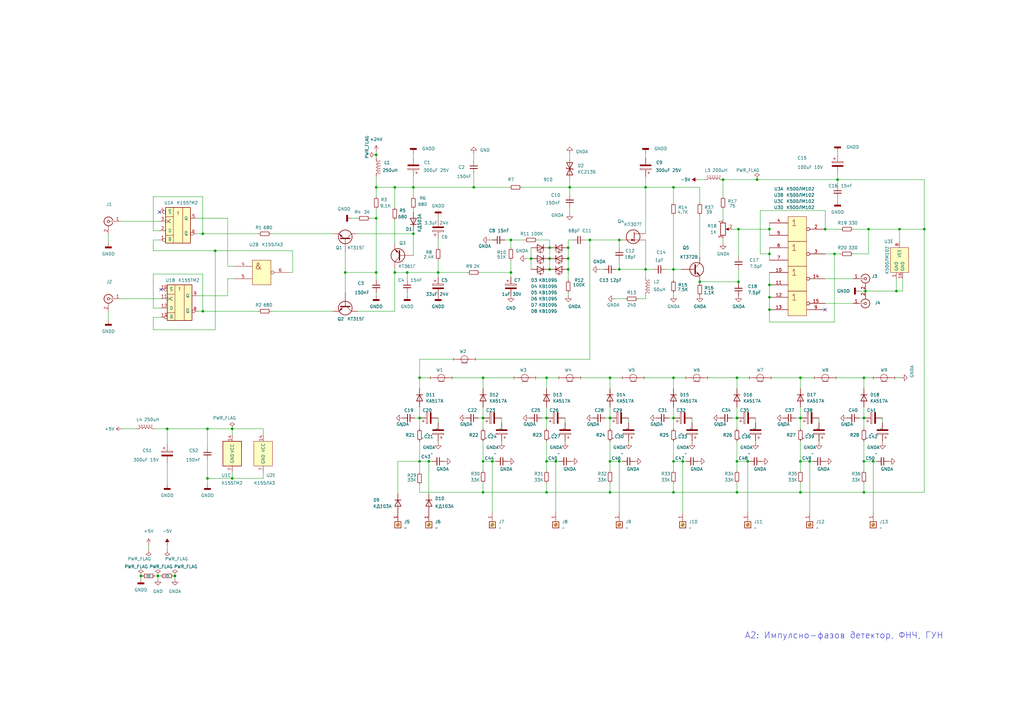
<source format=kicad_sch>
(kicad_sch (version 20230121) (generator eeschema)
  (paper "A3")
  (title_block (title "Синтезатор на честота, Радио/1990/1,2,3"))
  (junction (at 169.545 95.885))
  (junction (at 224.155 201.93))
  (junction (at 338.455 93.98))
  (junction (at 95.25 196.215))
  (junction (at 233.045 106.045))
  (junction (at 287.02 115.57))
  (junction (at 57.785 236.22))
  (junction (at 332.105 189.23))
  (junction (at 315.595 121.92))
  (junction (at 276.225 154.94))
  (junction (at 276.225 110.49))
  (junction (at 379.095 93.98))
  (junction (at 315.595 127))
  (junction (at 302.26 189.23))
  (junction (at 172.085 189.23))
  (junction (at 175.895 189.23))
  (junction (at 224.155 154.94))
  (junction (at 154.305 111.76))
  (junction (at 71.755 236.22))
  (junction (at 194.31 76.835))
  (junction (at 254 110.49))
  (junction (at 354.965 119.38))
  (junction (at 356.235 93.98))
  (junction (at 233.68 76.835))
  (junction (at 201.93 189.23))
  (junction (at 209.55 111.76))
  (junction (at 342.265 104.14))
  (junction (at 264.795 110.49))
  (junction (at 227.965 189.23))
  (junction (at 254 98.425))
  (junction (at 276.225 76.835))
  (junction (at 315.595 104.14))
  (junction (at 328.295 171.45))
  (junction (at 83.185 127.635))
  (junction (at 198.12 189.23))
  (junction (at 276.225 201.93))
  (junction (at 354.33 154.94))
  (junction (at 179.705 111.76))
  (junction (at 225.425 101.6))
  (junction (at 276.225 189.23))
  (junction (at 172.085 154.94))
  (junction (at 217.805 106.045))
  (junction (at 224.155 171.45))
  (junction (at 250.19 171.45))
  (junction (at 276.225 171.45))
  (junction (at 302.26 154.94))
  (junction (at 225.425 106.045))
  (junction (at 250.19 154.94))
  (junction (at 224.155 189.23))
  (junction (at 95.25 175.895))
  (junction (at 225.425 110.49))
  (junction (at 368.935 93.98))
  (junction (at 358.14 189.23))
  (junction (at 315.595 116.84))
  (junction (at 302.26 171.45))
  (junction (at 250.19 189.23))
  (junction (at 264.795 76.835))
  (junction (at 209.55 98.425))
  (junction (at 161.925 76.835))
  (junction (at 296.545 73.66))
  (junction (at 302.26 201.93))
  (junction (at 250.19 201.93))
  (junction (at 354.33 201.93))
  (junction (at 315.595 93.98))
  (junction (at 167.005 111.76))
  (junction (at 198.12 171.45))
  (junction (at 169.545 76.835))
  (junction (at 161.925 111.76))
  (junction (at 233.045 101.6))
  (junction (at 154.305 76.835))
  (junction (at 306.705 189.23))
  (junction (at 172.085 171.45))
  (junction (at 83.185 95.885))
  (junction (at 354.33 189.23))
  (junction (at 302.895 115.57))
  (junction (at 328.295 189.23))
  (junction (at 354.33 171.45))
  (junction (at 302.895 93.98))
  (junction (at 141.605 111.76))
  (junction (at 254 189.23))
  (junction (at 154.305 63.5))
  (junction (at 280.035 189.23))
  (junction (at 310.515 73.66))
  (junction (at 328.295 154.94))
  (junction (at 367.665 119.38))
  (junction (at 64.77 236.22))
  (junction (at 88.265 102.87))
  (junction (at 85.09 175.895))
  (junction (at 85.09 196.215))
  (junction (at 198.12 201.93))
  (junction (at 343.535 73.66))
  (junction (at 233.045 110.49))
  (junction (at 198.12 154.94))
  (junction (at 241.935 98.425))
  (junction (at 328.295 201.93))
  (junction (at 154.305 89.535))
  (junction (at 68.58 175.895))
  (no_connect (at 66.04 118.745))
  (no_connect (at 65.405 86.995))
  (no_connect (at 338.455 127))
  (wire (pts (xy 300.355 93.98) (xy 302.895 93.98)))
  (wire (pts (xy 264.795 72.39) (xy 264.795 76.835)))
  (wire (pts (xy 161.925 90.17) (xy 161.925 99.695)))
  (wire (pts (xy 209.55 98.425) (xy 215.265 98.425)))
  (wire (pts (xy 276.225 88.265) (xy 276.225 110.49)))
  (wire (pts (xy 198.12 167.005) (xy 198.12 171.45)))
  (wire (pts (xy 302.26 180.975) (xy 302.26 189.23)))
  (wire (pts (xy 225.425 98.425) (xy 220.345 98.425)))
  (wire (pts (xy 93.345 89.535) (xy 93.345 109.22)))
  (wire (pts (xy 290.195 154.94) (xy 302.26 154.94)))
  (wire (pts (xy 296.545 73.66) (xy 310.515 73.66)))
  (wire (pts (xy 141.605 111.76) (xy 141.605 120.015)))
  (wire (pts (xy 264.795 122.555) (xy 264.795 121.285)))
  (wire (pts (xy 302.26 201.93) (xy 328.295 201.93)))
  (wire (pts (xy 227.965 189.23) (xy 224.155 189.23)))
  (wire (pts (xy 63.5 175.895) (xy 68.58 175.895)))
  (wire (pts (xy 179.705 97.79) (xy 179.705 101.6)))
  (wire (pts (xy 179.705 111.76) (xy 179.705 113.665)))
  (wire (pts (xy 217.805 106.045) (xy 217.805 110.49)))
  (wire (pts (xy 154.305 76.835) (xy 161.925 76.835)))
  (wire (pts (xy 276.225 201.93) (xy 276.225 198.12)))
  (wire (pts (xy 85.09 196.215) (xy 95.25 196.215)))
  (wire (pts (xy 367.665 114.3) (xy 367.665 119.38)))
  (wire (pts (xy 250.19 167.005) (xy 250.19 171.45)))
  (wire (pts (xy 85.09 188.595) (xy 85.09 196.215)))
  (wire (pts (xy 250.19 189.23) (xy 250.19 193.04)))
  (wire (pts (xy 71.755 237.49) (xy 71.755 236.22)))
  (wire (pts (xy 302.26 171.45) (xy 302.26 175.895)))
  (wire (pts (xy 354.33 201.93) (xy 354.33 198.12)))
  (wire (pts (xy 179.705 180.975) (xy 179.705 181.61)))
  (wire (pts (xy 172.085 189.23) (xy 172.085 193.675)))
  (wire (pts (xy 213.995 76.835) (xy 233.68 76.835)))
  (wire (pts (xy 66.04 130.175) (xy 62.865 130.175)))
  (wire (pts (xy 172.085 189.23) (xy 163.195 189.23)))
  (wire (pts (xy 342.265 132.08) (xy 342.265 104.14)))
  (wire (pts (xy 250.19 154.94) (xy 255.27 154.94)))
  (wire (pts (xy 309.88 180.975) (xy 309.88 181.61)))
  (wire (pts (xy 44.45 95.885) (xy 44.45 99.695)))
  (wire (pts (xy 332.105 189.23) (xy 328.295 189.23)))
  (wire (pts (xy 283.845 171.45) (xy 283.845 173.355)))
  (wire (pts (xy 64.77 236.22) (xy 64.77 237.49)))
  (wire (pts (xy 257.81 180.975) (xy 257.81 181.61)))
  (wire (pts (xy 154.305 111.76) (xy 154.305 114.935)))
  (wire (pts (xy 68.58 223.52) (xy 68.58 225.425)))
  (wire (pts (xy 368.935 93.98) (xy 368.935 99.06)))
  (wire (pts (xy 224.155 201.93) (xy 250.19 201.93)))
  (wire (pts (xy 93.345 109.22) (xy 95.885 109.22)))
  (wire (pts (xy 120.015 111.76) (xy 120.015 102.87)))
  (wire (pts (xy 356.235 104.14) (xy 356.235 93.98)))
  (wire (pts (xy 343.535 62.23) (xy 343.535 63.5)))
  (wire (pts (xy 194.31 71.12) (xy 194.31 76.835)))
  (wire (pts (xy 50.165 175.895) (xy 55.88 175.895)))
  (wire (pts (xy 81.28 121.285) (xy 93.345 121.285)))
  (wire (pts (xy 93.345 114.3) (xy 95.885 114.3)))
  (wire (pts (xy 250.19 171.45) (xy 250.19 175.895)))
  (wire (pts (xy 198.12 201.93) (xy 224.155 201.93)))
  (wire (pts (xy 328.295 167.005) (xy 328.295 171.45)))
  (wire (pts (xy 88.265 102.87) (xy 62.865 102.87)))
  (wire (pts (xy 306.705 189.23) (xy 302.26 189.23)))
  (wire (pts (xy 306.705 189.23) (xy 306.705 210.185)))
  (wire (pts (xy 111.125 127.635) (xy 136.525 127.635)))
  (wire (pts (xy 144.145 89.535) (xy 146.685 89.535)))
  (wire (pts (xy 315.595 121.92) (xy 315.595 127)))
  (wire (pts (xy 224.155 201.93) (xy 224.155 198.12)))
  (wire (pts (xy 120.015 102.87) (xy 88.265 102.87)))
  (wire (pts (xy 93.345 114.3) (xy 93.345 121.285)))
  (wire (pts (xy 161.925 76.835) (xy 161.925 85.09)))
  (wire (pts (xy 198.12 171.45) (xy 196.215 171.45)))
  (wire (pts (xy 83.185 95.885) (xy 83.185 80.645)))
  (wire (pts (xy 224.155 189.23) (xy 224.155 193.04)))
  (wire (pts (xy 361.95 180.975) (xy 361.95 181.61)))
  (wire (pts (xy 172.085 180.975) (xy 172.085 189.23)))
  (wire (pts (xy 167.005 120.015) (xy 167.005 121.285)))
  (wire (pts (xy 161.925 111.76) (xy 167.005 111.76)))
  (wire (pts (xy 172.085 201.93) (xy 198.12 201.93)))
  (wire (pts (xy 179.705 111.76) (xy 191.77 111.76)))
  (wire (pts (xy 307.34 189.23) (xy 306.705 189.23)))
  (wire (pts (xy 161.925 76.835) (xy 169.545 76.835)))
  (wire (pts (xy 107.95 175.895) (xy 107.95 178.435)))
  (wire (pts (xy 332.105 189.23) (xy 332.105 210.185)))
  (wire (pts (xy 240.03 98.425) (xy 241.935 98.425)))
  (wire (pts (xy 209.55 98.425) (xy 209.55 101.6)))
  (wire (pts (xy 264.795 62.865) (xy 264.795 64.77)))
  (wire (pts (xy 229.235 189.23) (xy 227.965 189.23)))
  (wire (pts (xy 342.265 104.14) (xy 344.805 104.14)))
  (wire (pts (xy 201.93 189.23) (xy 198.12 189.23)))
  (wire (pts (xy 169.545 76.835) (xy 194.31 76.835)))
  (wire (pts (xy 367.03 154.94) (xy 369.57 154.94)))
  (wire (pts (xy 368.935 93.98) (xy 379.095 93.98)))
  (wire (pts (xy 276.225 189.23) (xy 276.225 193.04)))
  (wire (pts (xy 241.935 98.425) (xy 254 98.425)))
  (wire (pts (xy 315.595 93.98) (xy 315.595 96.52)))
  (wire (pts (xy 57.785 237.49) (xy 57.785 236.22)))
  (wire (pts (xy 85.09 196.215) (xy 85.09 198.755)))
  (wire (pts (xy 207.01 98.425) (xy 209.55 98.425)))
  (wire (pts (xy 81.28 127.635) (xy 83.185 127.635)))
  (wire (pts (xy 118.745 111.76) (xy 120.015 111.76)))
  (wire (pts (xy 359.41 189.23) (xy 358.14 189.23)))
  (wire (pts (xy 276.225 83.185) (xy 276.225 76.835)))
  (wire (pts (xy 310.515 73.66) (xy 343.535 73.66)))
  (wire (pts (xy 328.295 154.94) (xy 328.295 159.385)))
  (wire (pts (xy 315.595 91.44) (xy 315.595 93.98)))
  (wire (pts (xy 276.225 76.835) (xy 264.795 76.835)))
  (wire (pts (xy 276.225 180.975) (xy 276.225 189.23)))
  (wire (pts (xy 154.305 89.535) (xy 154.305 111.76)))
  (wire (pts (xy 264.16 154.94) (xy 276.225 154.94)))
  (wire (pts (xy 107.95 193.675) (xy 107.95 196.215)))
  (wire (pts (xy 83.185 127.635) (xy 83.185 112.395)))
  (wire (pts (xy 379.095 93.98) (xy 379.095 201.93)))
  (wire (pts (xy 273.05 110.49) (xy 276.225 110.49)))
  (wire (pts (xy 343.535 73.66) (xy 343.535 76.2)))
  (wire (pts (xy 63.5 236.22) (xy 64.77 236.22)))
  (wire (pts (xy 280.035 189.23) (xy 280.035 210.185)))
  (wire (pts (xy 83.185 112.395) (xy 62.865 112.395)))
  (wire (pts (xy 161.925 111.76) (xy 161.925 109.855)))
  (wire (pts (xy 264.795 76.835) (xy 264.795 95.885)))
  (wire (pts (xy 252.73 110.49) (xy 254 110.49)))
  (wire (pts (xy 328.295 201.93) (xy 328.295 198.12)))
  (wire (pts (xy 198.12 198.12) (xy 198.12 201.93)))
  (wire (pts (xy 201.93 189.23) (xy 201.93 210.185)))
  (wire (pts (xy 62.865 135.255) (xy 88.265 135.255)))
  (wire (pts (xy 254 189.23) (xy 250.19 189.23)))
  (wire (pts (xy 254 189.23) (xy 254 210.185)))
  (wire (pts (xy 172.085 171.45) (xy 172.085 175.895)))
  (wire (pts (xy 338.455 93.98) (xy 344.805 93.98)))
  (wire (pts (xy 154.305 76.835) (xy 154.305 80.645)))
  (wire (pts (xy 167.005 111.76) (xy 167.005 114.935)))
  (wire (pts (xy 154.305 72.39) (xy 154.305 76.835)))
  (wire (pts (xy 64.77 236.22) (xy 66.04 236.22)))
  (wire (pts (xy 233.045 120.015) (xy 233.045 121.285)))
  (wire (pts (xy 179.705 171.45) (xy 179.705 173.355)))
  (wire (pts (xy 302.26 189.23) (xy 302.26 193.04)))
  (wire (pts (xy 217.805 101.6) (xy 217.805 106.045)))
  (wire (pts (xy 254 106.68) (xy 254 110.49)))
  (wire (pts (xy 80.645 89.535) (xy 93.345 89.535)))
  (wire (pts (xy 233.68 85.09) (xy 233.68 87.63)))
  (wire (pts (xy 315.595 104.14) (xy 311.785 104.14)))
  (wire (pts (xy 146.685 127.635) (xy 161.925 127.635)))
  (wire (pts (xy 95.25 175.895) (xy 107.95 175.895)))
  (wire (pts (xy 209.55 111.76) (xy 196.85 111.76)))
  (wire (pts (xy 328.295 171.45) (xy 326.39 171.45)))
  (wire (pts (xy 60.96 223.52) (xy 60.96 225.425)))
  (wire (pts (xy 342.9 154.94) (xy 354.33 154.94)))
  (wire (pts (xy 198.12 154.94) (xy 198.12 159.385)))
  (wire (pts (xy 169.545 85.725) (xy 169.545 86.995)))
  (wire (pts (xy 379.095 201.93) (xy 354.33 201.93)))
  (wire (pts (xy 356.235 93.98) (xy 368.935 93.98)))
  (wire (pts (xy 352.425 119.38) (xy 354.965 119.38)))
  (wire (pts (xy 62.865 130.175) (xy 62.865 135.255)))
  (wire (pts (xy 95.25 175.895) (xy 95.25 178.435)))
  (wire (pts (xy 111.125 95.885) (xy 136.525 95.885)))
  (wire (pts (xy 224.155 171.45) (xy 222.25 171.45)))
  (wire (pts (xy 85.09 175.895) (xy 85.09 183.515)))
  (wire (pts (xy 328.295 171.45) (xy 328.295 175.895)))
  (wire (pts (xy 354.33 189.23) (xy 354.33 193.04)))
  (wire (pts (xy 172.085 154.94) (xy 176.53 154.94)))
  (wire (pts (xy 316.23 154.94) (xy 328.295 154.94)))
  (wire (pts (xy 49.53 122.555) (xy 66.04 122.555)))
  (wire (pts (xy 224.155 154.94) (xy 224.155 159.385)))
  (wire (pts (xy 172.085 159.385) (xy 172.085 154.94)))
  (wire (pts (xy 233.68 76.835) (xy 264.795 76.835)))
  (wire (pts (xy 276.225 110.49) (xy 279.4 110.49)))
  (wire (pts (xy 68.58 189.865) (xy 68.58 198.755)))
  (wire (pts (xy 179.705 106.68) (xy 179.705 111.76)))
  (wire (pts (xy 172.085 167.005) (xy 172.085 171.45)))
  (wire (pts (xy 225.425 101.6) (xy 225.425 98.425)))
  (wire (pts (xy 302.895 93.98) (xy 315.595 93.98)))
  (wire (pts (xy 62.865 98.425) (xy 65.405 98.425)))
  (wire (pts (xy 215.9 106.045) (xy 217.805 106.045)))
  (wire (pts (xy 224.155 167.005) (xy 224.155 171.45)))
  (wire (pts (xy 198.12 180.975) (xy 198.12 189.23)))
  (wire (pts (xy 194.31 76.835) (xy 208.915 76.835)))
  (wire (pts (xy 233.045 110.49) (xy 233.045 106.045)))
  (wire (pts (xy 175.895 189.23) (xy 172.085 189.23)))
  (wire (pts (xy 302.895 93.98) (xy 302.895 105.41)))
  (wire (pts (xy 154.305 63.5) (xy 154.305 64.77)))
  (wire (pts (xy 175.895 189.23) (xy 175.895 202.565)))
  (wire (pts (xy 276.225 154.94) (xy 281.305 154.94)))
  (wire (pts (xy 231.775 171.45) (xy 231.775 173.355)))
  (wire (pts (xy 233.045 98.425) (xy 234.95 98.425)))
  (wire (pts (xy 177.165 189.23) (xy 175.895 189.23)))
  (wire (pts (xy 287.02 76.835) (xy 276.225 76.835)))
  (wire (pts (xy 361.95 171.45) (xy 361.95 173.355)))
  (wire (pts (xy 354.33 171.45) (xy 354.33 175.895)))
  (wire (pts (xy 281.305 189.23) (xy 280.035 189.23)))
  (wire (pts (xy 302.895 115.57) (xy 302.895 116.205)))
  (wire (pts (xy 302.26 154.94) (xy 302.26 159.385)))
  (wire (pts (xy 198.12 154.94) (xy 210.82 154.94)))
  (wire (pts (xy 62.865 112.395) (xy 62.865 126.365)))
  (wire (pts (xy 205.74 171.45) (xy 205.74 173.355)))
  (wire (pts (xy 233.68 73.025) (xy 233.68 76.835)))
  (wire (pts (xy 172.085 171.45) (xy 170.18 171.45)))
  (wire (pts (xy 233.045 98.425) (xy 233.045 101.6)))
  (wire (pts (xy 154.305 120.015) (xy 154.305 121.285)))
  (wire (pts (xy 68.58 175.895) (xy 85.09 175.895)))
  (wire (pts (xy 83.185 80.645) (xy 62.865 80.645)))
  (wire (pts (xy 287.02 115.57) (xy 287.02 116.205)))
  (wire (pts (xy 354.33 171.45) (xy 352.425 171.45)))
  (wire (pts (xy 225.425 101.6) (xy 225.425 106.045)))
  (wire (pts (xy 315.595 101.6) (xy 315.595 104.14)))
  (wire (pts (xy 231.775 180.975) (xy 231.775 181.61)))
  (wire (pts (xy 172.085 154.94) (xy 172.085 147.32)))
  (wire (pts (xy 172.085 201.93) (xy 172.085 198.755)))
  (wire (pts (xy 354.33 154.94) (xy 354.33 159.385)))
  (wire (pts (xy 264.795 110.49) (xy 264.795 113.665)))
  (wire (pts (xy 83.185 127.635) (xy 106.045 127.635)))
  (wire (pts (xy 250.19 171.45) (xy 248.285 171.45)))
  (wire (pts (xy 358.14 189.23) (xy 358.14 210.185)))
  (wire (pts (xy 250.19 201.93) (xy 276.225 201.93)))
  (wire (pts (xy 198.12 171.45) (xy 198.12 175.895)))
  (wire (pts (xy 95.25 193.675) (xy 95.25 196.215)))
  (wire (pts (xy 154.305 89.535) (xy 151.765 89.535)))
  (wire (pts (xy 95.25 175.895) (xy 85.09 175.895)))
  (wire (pts (xy 163.195 189.23) (xy 163.195 202.565)))
  (wire (pts (xy 57.785 236.22) (xy 58.42 236.22)))
  (wire (pts (xy 167.005 111.76) (xy 179.705 111.76)))
  (wire (pts (xy 315.595 127) (xy 315.595 132.08)))
  (wire (pts (xy 328.295 189.23) (xy 328.295 193.04)))
  (wire (pts (xy 276.225 110.49) (xy 276.225 114.935)))
  (wire (pts (xy 254 110.49) (xy 264.795 110.49)))
  (wire (pts (xy 224.155 154.94) (xy 229.235 154.94)))
  (wire (pts (xy 315.595 111.76) (xy 315.595 116.84)))
  (wire (pts (xy 172.085 147.32) (xy 186.055 147.32)))
  (wire (pts (xy 250.19 180.975) (xy 250.19 189.23)))
  (wire (pts (xy 367.665 119.38) (xy 370.205 119.38)))
  (wire (pts (xy 161.925 127.635) (xy 161.925 111.76)))
  (wire (pts (xy 280.035 189.23) (xy 276.225 189.23)))
  (wire (pts (xy 169.545 104.775) (xy 169.545 95.885)))
  (wire (pts (xy 349.885 104.14) (xy 356.235 104.14)))
  (wire (pts (xy 335.915 171.45) (xy 335.915 173.355)))
  (wire (pts (xy 370.205 114.3) (xy 370.205 119.38)))
  (wire (pts (xy 354.965 119.38) (xy 367.665 119.38)))
  (wire (pts (xy 287.02 83.185) (xy 287.02 76.835)))
  (wire (pts (xy 343.535 81.28) (xy 343.535 82.55)))
  (wire (pts (xy 227.965 189.23) (xy 227.965 210.185)))
  (wire (pts (xy 302.26 171.45) (xy 300.355 171.45)))
  (wire (pts (xy 343.535 71.12) (xy 343.535 73.66)))
  (wire (pts (xy 338.455 86.36) (xy 338.455 93.98)))
  (wire (pts (xy 338.455 114.3) (xy 349.885 114.3)))
  (wire (pts (xy 354.33 180.975) (xy 354.33 189.23)))
  (wire (pts (xy 88.265 102.87) (xy 88.265 135.255)))
  (wire (pts (xy 296.545 85.725) (xy 296.545 90.17)))
  (wire (pts (xy 349.885 93.98) (xy 356.235 93.98)))
  (wire (pts (xy 342.265 104.14) (xy 338.455 104.14)))
  (wire (pts (xy 354.33 154.94) (xy 358.14 154.94)))
  (wire (pts (xy 333.375 189.23) (xy 332.105 189.23)))
  (wire (pts (xy 241.935 147.32) (xy 194.945 147.32)))
  (wire (pts (xy 71.755 236.22) (xy 71.12 236.22)))
  (wire (pts (xy 179.705 90.17) (xy 179.705 88.9)))
  (wire (pts (xy 276.225 159.385) (xy 276.225 154.94)))
  (wire (pts (xy 233.045 110.49) (xy 233.045 114.935)))
  (wire (pts (xy 328.295 180.975) (xy 328.295 189.23)))
  (wire (pts (xy 287.02 115.57) (xy 302.895 115.57)))
  (wire (pts (xy 264.795 110.49) (xy 267.97 110.49)))
  (wire (pts (xy 302.26 201.93) (xy 302.26 198.12)))
  (wire (pts (xy 169.545 94.615) (xy 169.545 95.885)))
  (wire (pts (xy 209.55 106.68) (xy 209.55 111.76)))
  (wire (pts (xy 264.795 98.425) (xy 264.795 110.49)))
  (wire (pts (xy 315.595 104.14) (xy 315.595 106.68)))
  (wire (pts (xy 311.785 86.36) (xy 338.455 86.36)))
  (wire (pts (xy 44.45 127.635) (xy 44.45 131.445)))
  (wire (pts (xy 209.55 113.665) (xy 209.55 111.76)))
  (wire (pts (xy 335.915 180.975) (xy 335.915 181.61)))
  (wire (pts (xy 62.865 94.615) (xy 65.405 94.615)))
  (wire (pts (xy 276.225 171.45) (xy 274.32 171.45)))
  (wire (pts (xy 141.605 111.76) (xy 154.305 111.76)))
  (wire (pts (xy 62.865 126.365) (xy 66.04 126.365)))
  (wire (pts (xy 255.27 189.23) (xy 254 189.23)))
  (wire (pts (xy 338.455 124.46) (xy 349.885 124.46)))
  (wire (pts (xy 276.225 171.45) (xy 276.225 175.895)))
  (wire (pts (xy 233.045 106.045) (xy 233.045 101.6)))
  (wire (pts (xy 315.595 116.84) (xy 315.595 121.92)))
  (wire (pts (xy 309.88 171.45) (xy 309.88 173.355)))
  (wire (pts (xy 169.545 62.865) (xy 169.545 64.77)))
  (wire (pts (xy 62.865 80.645) (xy 62.865 94.615)))
  (wire (pts (xy 254 98.425) (xy 254.635 98.425)))
  (wire (pts (xy 225.425 106.045) (xy 225.425 110.49)))
  (wire (pts (xy 315.595 132.08) (xy 342.265 132.08)))
  (wire (pts (xy 154.305 62.23) (xy 154.305 63.5)))
  (wire (pts (xy 233.68 62.865) (xy 233.68 65.405)))
  (wire (pts (xy 302.26 167.005) (xy 302.26 171.45)))
  (wire (pts (xy 146.685 95.885) (xy 169.545 95.885)))
  (wire (pts (xy 219.71 154.94) (xy 224.155 154.94)))
  (wire (pts (xy 328.295 201.93) (xy 354.33 201.93)))
  (wire (pts (xy 205.74 180.975) (xy 205.74 181.61)))
  (wire (pts (xy 62.865 98.425) (xy 62.865 102.87)))
  (wire (pts (xy 185.42 154.94) (xy 198.12 154.94)))
  (wire (pts (xy 80.645 95.885) (xy 83.185 95.885)))
  (wire (pts (xy 358.14 189.23) (xy 354.33 189.23)))
  (wire (pts (xy 302.895 110.49) (xy 302.895 115.57)))
  (wire (pts (xy 233.68 76.835) (xy 233.68 80.01)))
  (wire (pts (xy 296.545 97.79) (xy 296.545 99.695)))
  (wire (pts (xy 203.2 189.23) (xy 201.93 189.23)))
  (wire (pts (xy 257.81 171.45) (xy 257.81 173.355)))
  (wire (pts (xy 261.62 122.555) (xy 264.795 122.555)))
  (wire (pts (xy 287.02 88.265) (xy 287.02 105.41)))
  (wire (pts (xy 250.19 201.93) (xy 250.19 198.12)))
  (wire (pts (xy 254 98.425) (xy 254 101.6)))
  (wire (pts (xy 286.385 73.66) (xy 288.925 73.66)))
  (wire (pts (xy 296.545 73.66) (xy 296.545 80.645)))
  (wire (pts (xy 200.66 98.425) (xy 201.93 98.425)))
  (wire (pts (xy 250.19 154.94) (xy 250.19 159.385)))
  (wire (pts (xy 169.545 72.39) (xy 169.545 76.835)))
  (wire (pts (xy 241.935 98.425) (xy 241.935 147.32)))
  (wire (pts (xy 252.095 122.555) (xy 256.54 122.555)))
  (wire (pts (xy 49.53 90.805) (xy 65.405 90.805)))
  (wire (pts (xy 276.225 120.015) (xy 276.225 121.285)))
  (wire (pts (xy 328.295 154.94) (xy 334.01 154.94)))
  (wire (pts (xy 169.545 76.835) (xy 169.545 80.645)))
  (wire (pts (xy 194.31 62.865) (xy 194.31 66.04)))
  (wire (pts (xy 83.185 95.885) (xy 106.045 95.885)))
  (wire (pts (xy 354.33 167.005) (xy 354.33 171.45)))
  (wire (pts (xy 95.25 196.215) (xy 107.95 196.215)))
  (wire (pts (xy 343.535 73.66) (xy 379.095 73.66)))
  (wire (pts (xy 276.225 167.005) (xy 276.225 171.45)))
  (wire (pts (xy 238.125 154.94) (xy 250.19 154.94)))
  (wire (pts (xy 224.155 171.45) (xy 224.155 175.895)))
  (wire (pts (xy 276.225 201.93) (xy 302.26 201.93)))
  (wire (pts (xy 68.58 175.895) (xy 68.58 182.245)))
  (wire (pts (xy 141.605 103.505) (xy 141.605 111.76)))
  (wire (pts (xy 154.305 85.725) (xy 154.305 89.535)))
  (wire (pts (xy 245.745 110.49) (xy 247.65 110.49)))
  (wire (pts (xy 198.12 189.23) (xy 198.12 193.04)))
  (wire (pts (xy 283.845 180.975) (xy 283.845 181.61)))
  (wire (pts (xy 224.155 180.975) (xy 224.155 189.23)))
  (wire (pts (xy 311.785 104.14) (xy 311.785 86.36)))
  (wire (pts (xy 379.095 93.98) (xy 379.095 73.66)))
  (wire (pts (xy 302.26 154.94) (xy 307.34 154.94)))
  (text "А2: Импулсно-фазов детектор, ФНЧ, ГУН" (at 305.435 262.255 0) (effects (font (size 2.56 2.56)) (justify left bottom)))
  (symbol (lib_id "Device:C_Polarized") (at 280.035 171.45 90) (unit 1)
    (property "Reference" "C32" (at 281.305 168.275 90) (effects (justify left)))
    (property "Value" "~" (at 283.21 176.53 0) (effects (justify left)))
  )
  (symbol (lib_id "Device:C_Small") (at 245.745 171.45 270) (unit 1)
    (property "Reference" "C28" (at 243.84 168.275 90) (effects (justify left)))
    (property "Value" "~" (at 242.57 174.625 90) (effects (justify left)))
  )
  (symbol (lib_id "Device:C_Small") (at 302.895 107.95 0) (mirror x) (unit 1)
    (property "Reference" "C17" (at 307.34 106.68 0) (effects (justify left)))
    (property "Value" "7.5pF" (at 307.34 109.22 0) (effects (justify left)))
  )
  (symbol (lib_id "power:GNDA") (at 243.205 171.45 270) (unit 1)
    (property "Reference" "#PWR047" (effects hide))
    (property "Value" "GNDA" (at 240.665 173.99 90) (effects (justify left)))
  )
  (symbol (lib_id "Device:R_Small") (at 172.085 196.215 180) (unit 1)
    (property "Reference" "R29" (at 168.91 194.945 0))
    (property "Value" "33K" (at 168.91 196.85 0))
  )
  (symbol (lib_id "Device:R_Small") (at 198.12 178.435 0) (unit 1)
    (property "Reference" "R22" (at 194.31 178.435 0))
    (property "Value" "~" (at 199.39 179.705 0))
  )
  (symbol (lib_id "Device:C_Small") (at 194.31 68.58 0) (unit 1)
    (property "Reference" "C2" (at 187.96 68.58 0) (effects (justify left)))
    (property "Value" "150nF" (at 187.325 72.39 0) (effects (justify left)))
  )
  (symbol (lib_id "Device:C_Small") (at 254 104.14 0) (mirror y) (unit 1)
    (property "Reference" "C12" (at 260.35 102.87 0) (effects (justify left)))
    (property "Value" "18pF" (at 260.985 105.41 0) (effects (justify left)))
  )
  (symbol (lib_id "ladihw:КА517А") (at 354.33 163.195 270) (unit 1)
    (property "Reference" "D18" (at 356.87 161.9249 90) (effects (justify left)))
    (property "Value" "КА517А" (at 356.87 164.4649 90) (effects (justify left)))
  )
  (symbol (lib_id "power:GND") (at 64.77 237.49 0) (unit 1)
    (property "Reference" "#PWR06" (effects hide))
    (property "Value" "GND" (at 64.77 242.57 0))
  )
  (symbol (lib_id "Device:C_Small") (at 283.845 189.23 270) (mirror x) (unit 1)
    (property "Reference" "C47" (at 276.86 187.96 90) (effects (justify left)))
    (property "Value" "~" (at 280.67 186.055 90) (effects (justify left)))
  )
  (symbol (lib_id "power:GNDA") (at 200.66 98.425 270) (unit 1)
    (property "Reference" "#PWR017" (effects hide))
    (property "Value" "GNDA" (at 196.215 100.965 90) (effects (justify left)))
  )
  (symbol (lib_id "Device:C_Polarized") (at 309.88 177.165 180) (unit 1)
    (property "Reference" "C36" (at 307.975 179.07 0) (effects (justify left)))
    (property "Value" "~" (at 306.07 177.8 0) (effects (justify left)))
  )
  (symbol (lib_id "Device:C_Small") (at 179.705 189.23 270) (mirror x) (unit 1)
    (property "Reference" "C43" (at 172.72 187.325 90) (effects (justify left)))
    (property "Value" "~" (at 176.53 186.055 90) (effects (justify left)))
  )
  (symbol (lib_id "Connector:Screw_Terminal_01x01") (at 332.105 215.265 270) (unit 1)
    (property "Reference" "J12" (at 334.645 213.9949 90) (effects (justify left)))
    (property "Value" "~" (at 334.645 216.5349 90) (effects (justify left)))
  )
  (symbol (lib_id "Device:C_Polarized") (at 231.775 177.165 180) (unit 1)
    (property "Reference" "C27" (at 229.87 179.07 0) (effects (justify left)))
    (property "Value" "~" (at 227.965 177.8 0) (effects (justify left)))
  )
  (symbol (lib_id "Device:L_Ferrite") (at 292.735 73.66 90) (unit 1)
    (property "Reference" "L3" (at 290.195 69.85 90))
    (property "Value" "200uH" (at 295.275 69.85 90))
  )
  (symbol (lib_id "power:PWR_FLAG") (at 60.96 225.425 0) (mirror x) (unit 1)
    (property "Reference" "#FLG01" (effects hide))
    (property "Value" "PWR_FLAG" (at 57.15 229.235 0))
  )
  (symbol (lib_id "Connector:Screw_Terminal_01x01") (at 175.895 215.265 270) (unit 1)
    (property "Reference" "J6" (at 178.435 213.9949 90) (effects (justify left)))
    (property "Value" "~" (at 178.435 216.5349 90) (effects (justify left)))
  )
  (symbol (lib_id "Connector:Screw_Terminal_01x01") (at 306.705 215.265 270) (unit 1)
    (property "Reference" "J11" (at 309.245 213.9949 90) (effects (justify left)))
    (property "Value" "~" (at 309.245 216.5349 90) (effects (justify left)))
  )
  (symbol (lib_id "power:GNDA") (at 205.74 181.61 0) (unit 1)
    (property "Reference" "#PWR042" (effects hide))
    (property "Value" "GNDA" (at 199.39 183.515 0) (effects (justify left)))
  )
  (symbol (lib_id "power:GNDD") (at 144.145 89.535 270) (unit 1)
    (property "Reference" "#PWR010" (effects hide))
    (property "Value" "GNDD" (at 138.43 85.725 90) (effects (justify left)))
  )
  (symbol (lib_id "power:GNDA") (at 276.225 121.285 0) (unit 1)
    (property "Reference" "#PWR027" (effects hide))
    (property "Value" "GNDA" (at 273.685 125.73 0) (effects (justify left)))
  )
  (symbol (lib_id "power:PWR_FLAG") (at 71.755 236.22 0) (unit 1)
    (property "Reference" "#FLG04" (effects hide))
    (property "Value" "PWR_FLAG" (at 76.2 232.41 0))
  )
  (symbol (lib_id "power:GNDA") (at 296.545 99.695 0) (unit 1)
    (property "Reference" "#PWR031" (effects hide))
    (property "Value" "GNDA" (at 294.005 104.14 0) (effects (justify left)))
  )
  (symbol (lib_id "ladihw:К500ЛМ102") (at 368.935 106.68 0) (unit 5)
    (property "Reference" "U3" (at 362.585 99.06 0) (effects (justify left)))
    (property "Value" "К500ЛМ102" (at 363.855 106.68 90))
    (property "Footprint" "Package_DIP:DIP-16_W7.62mm" (effects hide))
    (property "Datasheet" "https://eandc.ru/pdf/mikroskhema/k500lm102.pdf" (effects hide))
  )
  (symbol (lib_id "Device:R_Small") (at 259.08 122.555 90) (unit 1)
    (property "Reference" "R13" (at 259.08 120.015 90))
    (property "Value" "240" (at 259.08 125.095 90))
  )
  (symbol (lib_id "Device:C_Small") (at 343.535 78.74 0) (unit 1)
    (property "Reference" "C16" (at 339.725 76.2 0) (effects (justify left)))
    (property "Value" "15nF" (at 344.805 76.2 0) (effects (justify left)))
  )
  (symbol (lib_id "power:GNDD") (at 343.535 82.55 0) (unit 1)
    (property "Reference" "#PWR034" (effects hide))
    (property "Value" "GNDD" (at 343.535 86.995 0))
  )
  (symbol (lib_id "Device:D_Capacitance") (at 229.235 110.49 0) (unit 1)
    (property "Reference" "D8" (at 219.075 127.635 0))
    (property "Value" "КВ109Б" (at 224.79 127.635 0))
  )
  (symbol (lib_id "Device:C_Polarized") (at 257.81 177.165 180) (unit 1)
    (property "Reference" "C30" (at 255.905 179.07 0) (effects (justify left)))
    (property "Value" "~" (at 254 177.8 0) (effects (justify left)))
  )
  (symbol (lib_id "Device:L_Ferrite") (at 154.305 68.58 0) (unit 1)
    (property "Reference" "L1" (at 158.75 66.675 0))
    (property "Value" "250uH" (at 160.02 69.85 0))
  )
  (symbol (lib_id "power:+24V") (at 154.305 62.23 0) (unit 1)
    (property "Reference" "#PWR011" (effects hide))
    (property "Value" "+24V" (at 154.305 57.15 0))
  )
  (symbol (lib_id "Connector:Screw_Terminal_01x01") (at 227.965 215.265 270) (unit 1)
    (property "Reference" "J8" (at 230.505 213.9949 90) (effects (justify left)))
    (property "Value" "~" (at 230.505 216.5349 90) (effects (justify left)))
  )
  (symbol (lib_id "Device:C_Small") (at 167.64 171.45 270) (unit 1)
    (property "Reference" "C19" (at 165.735 168.275 90) (effects (justify left)))
    (property "Value" "~" (at 164.465 174.625 90) (effects (justify left)))
  )
  (symbol (lib_id "ladihw:Coaxial_Cable") (at 215.265 154.94 0) (unit 1)
    (property "Reference" "W3" (at 214.63 151.765 0))
    (property "Value" "Coaxial_Cable" (effects hide))
  )
  (symbol (lib_id "Device:C_Polarized") (at 209.55 117.475 0) (unit 1)
    (property "Reference" "C7" (at 210.82 114.935 0) (effects (justify left)))
    (property "Value" "1uF 30V" (at 205.74 120.65 0) (effects (justify left)))
  )
  (symbol (lib_id "power:GNDA") (at 321.31 171.45 270) (unit 1)
    (property "Reference" "#PWR056" (effects hide))
    (property "Value" "GNDA" (at 318.77 173.99 90) (effects (justify left)))
  )
  (symbol (lib_id "power:GNDA") (at 233.68 87.63 0) (unit 1)
    (property "Reference" "#PWR023" (effects hide))
    (property "Value" "GNDA" (at 226.06 88.265 0) (effects (justify left)))
  )
  (symbol (lib_id "Device:D_Capacitance") (at 229.235 101.6 0) (unit 1)
    (property "Reference" "D6" (at 219.075 122.555 0))
    (property "Value" "КВ109Б" (at 224.79 122.555 0))
  )
  (symbol (lib_id "Device:D_Capacitance") (at 221.615 106.045 0) (mirror y) (unit 1)
    (property "Reference" "D4" (at 219.075 117.475 0))
    (property "Value" "КВ109Б" (at 224.79 117.475 0))
  )
  (symbol (lib_id "Device:R_Potentiometer") (at 296.545 93.98 0) (unit 1)
    (property "Reference" "R18" (at 294.005 92.7099 0) (effects (justify right)))
    (property "Value" "1K" (at 294.005 95.2499 0) (effects (justify right)))
  )
  (symbol (lib_id "ladihw:Coaxial_Cable") (at 180.975 154.94 0) (unit 1)
    (property "Reference" "W1" (at 180.34 151.765 0))
    (property "Value" "Coaxial_Cable" (effects hide))
  )
  (symbol (lib_id "power:GNDA") (at 179.705 181.61 0) (unit 1)
    (property "Reference" "#PWR039" (effects hide))
    (property "Value" "GNDA" (at 173.355 183.515 0) (effects (justify left)))
  )
  (symbol (lib_id "ladihw:КА517А") (at 302.26 163.195 270) (unit 1)
    (property "Reference" "D16" (at 304.8 161.9249 90) (effects (justify left)))
    (property "Value" "КА517А" (at 304.8 164.4649 90) (effects (justify left)))
  )
  (symbol (lib_id "Device:R_Small") (at 198.12 195.58 0) (unit 1)
    (property "Reference" "R30" (at 194.945 194.31 0))
    (property "Value" "33K" (at 194.945 196.85 0))
  )
  (symbol (lib_id "Device:R_Small") (at 287.02 85.725 180) (unit 1)
    (property "Reference" "R37" (at 290.83 85.09 0))
    (property "Value" "39" (at 290.83 86.995 0))
  )
  (symbol (lib_id "Device:C_Small") (at 193.675 171.45 270) (unit 1)
    (property "Reference" "C22" (at 191.77 168.275 90) (effects (justify left)))
    (property "Value" "~" (at 190.5 174.625 90) (effects (justify left)))
  )
  (symbol (lib_id "power:GNDA") (at 312.42 189.23 90) (mirror x) (unit 1)
    (property "Reference" "#PWR052" (effects hide))
    (property "Value" "GNDA" (at 314.325 192.405 90) (effects (justify left)))
  )
  (symbol (lib_id "ladihw:К155ТМ2") (at 73.025 90.17 0) (unit 1)
    (property "Reference" "U1" (at 69.215 83.185 0))
    (property "Value" "К155ТМ2" (at 76.835 83.185 0))
    (property "Datasheet" "К155xx/К155ТМ2.pdf" (effects hide))
  )
  (symbol (lib_id "Connector:Screw_Terminal_01x01") (at 280.035 215.265 270) (unit 1)
    (property "Reference" "J10" (at 282.575 213.9949 90) (effects (justify left)))
    (property "Value" "~" (at 282.575 216.5349 90) (effects (justify left)))
  )
  (symbol (lib_id "power:GNDA") (at 309.88 181.61 0) (unit 1)
    (property "Reference" "#PWR054" (effects hide))
    (property "Value" "GNDA" (at 303.53 183.515 0) (effects (justify left)))
  )
  (symbol (lib_id "power:GND") (at 194.31 62.865 180) (unit 1)
    (property "Reference" "#PWR018" (effects hide))
    (property "Value" "GND" (at 196.85 61.5949 0) (effects (justify right)))
  )
  (symbol (lib_id "ladihw:Coaxial_Cable") (at 338.455 154.94 0) (unit 1)
    (property "Reference" "W8" (at 338.455 151.765 0))
    (property "Value" "Coaxial_Cable" (effects hide))
  )
  (symbol (lib_id "Device:D_Capacitance") (at 221.615 101.6 0) (mirror y) (unit 1)
    (property "Reference" "D3" (at 219.075 114.935 0))
    (property "Value" "КВ109Б" (at 224.79 114.935 0))
  )
  (symbol (lib_id "Device:D_Capacitance") (at 221.615 110.49 0) (mirror y) (unit 1)
    (property "Reference" "D5" (at 219.075 120.015 0))
    (property "Value" "КВ109Б" (at 224.79 120.015 0))
  )
  (symbol (lib_id "ladihw:Coaxial_Cable") (at 362.585 154.94 0) (unit 1)
    (property "Reference" "W9" (at 362.585 151.765 0))
    (property "Value" "Coaxial_Cable" (effects hide))
  )
  (symbol (lib_id "ladihw:К500ЛМ102") (at 327.025 93.98 0) (unit 1)
    (property "Reference" "U3" (at 319.405 77.47 0))
    (property "Value" "К500ЛМ102" (at 328.295 77.47 0))
    (property "Footprint" "Package_DIP:DIP-16_W7.62mm" (effects hide))
    (property "Datasheet" "https://eandc.ru/pdf/mikroskhema/k500lm102.pdf" (effects hide))
  )
  (symbol (lib_id "Device:C_Polarized") (at 179.705 117.475 0) (unit 1)
    (property "Reference" "C5" (at 180.975 114.935 0) (effects (justify left)))
    (property "Value" "33uF 24V" (at 174.625 120.65 0) (effects (justify left)))
  )
  (symbol (lib_id "Device:R_Small") (at 276.225 195.58 0) (unit 1)
    (property "Reference" "R33" (at 273.05 194.31 0))
    (property "Value" "33K" (at 273.05 196.85 0))
  )
  (symbol (lib_id "ladihw:К155ЛА3") (at 107.95 186.055 0) (unit 5)
    (property "Reference" "U2" (at 109.22 194.945 0) (effects (justify left)))
    (property "Value" "К155ЛА3" (at 104.14 198.12 0) (effects (justify left)))
  )
  (symbol (lib_id "Device:R_Small") (at 68.58 236.22 270) (unit 1)
    (property "Reference" "R10002" (effects hide))
    (property "Value" "0" (at 68.58 236.22 0))
  )
  (symbol (lib_id "Connector:Screw_Terminal_01x01") (at 358.14 215.265 270) (unit 1)
    (property "Reference" "J13" (at 360.68 213.9949 90) (effects (justify left)))
    (property "Value" "~" (at 360.68 216.5349 90) (effects (justify left)))
  )
  (symbol (lib_id "Device:R_Small") (at 149.225 89.535 90) (unit 1)
    (property "Reference" "R4" (at 146.685 86.995 90))
    (property "Value" "3K" (at 150.495 86.995 90))
  )
  (symbol (lib_id "Device:C_Polarized") (at 68.58 186.055 0) (unit 1)
    (property "Reference" "C51" (at 58.42 184.785 0) (effects (justify left)))
    (property "Value" "300uF 15V" (at 54.61 188.595 0) (effects (justify left)))
  )
  (symbol (lib_id "power:GNDA") (at 283.845 181.61 0) (unit 1)
    (property "Reference" "#PWR051" (effects hide))
    (property "Value" "GNDA" (at 277.495 183.515 0) (effects (justify left)))
  )
  (symbol (lib_id "Device:R_Small") (at 179.705 104.14 0) (unit 1)
    (property "Reference" "R8" (at 175.895 103.505 0))
    (property "Value" "2.4K" (at 175.895 105.41 0))
  )
  (symbol (lib_id "ladihw:К500ЛМ102") (at 327.025 114.3 0) (unit 3)
    (property "Reference" "U3" (at 319.405 82.55 0))
    (property "Value" "К500ЛМ102" (at 328.295 82.55 0))
    (property "Footprint" "Package_DIP:DIP-16_W7.62mm" (effects hide))
    (property "Datasheet" "https://eandc.ru/pdf/mikroskhema/k500lm102.pdf" (effects hide))
  )
  (symbol (lib_id "Device:C_Small") (at 250.19 110.49 270) (mirror x) (unit 1)
    (property "Reference" "C13" (at 245.745 114.935 90) (effects (justify left)))
    (property "Value" "12pF" (at 250.19 114.935 90) (effects (justify left)))
  )
  (symbol (lib_id "Device:R_Small") (at 296.545 83.185 180) (unit 1)
    (property "Reference" "R17" (at 300.355 82.55 0))
    (property "Value" "75" (at 300.355 84.455 0))
  )
  (symbol (lib_id "ladihw:КП307Г") (at 259.715 97.155 0) (unit 1)
    (property "Reference" "Q4" (at 254.635 90.805 0))
    (property "Value" "КП307Г" (at 255.905 92.075 0) (effects (justify left)))
    (property "Footprint" "Package_TO_SOT_THT:TO-92_Inline" (effects hide))
    (property "Datasheet" "https://www.onsemi.com/pub/Collateral/BF245A-D.PDF" (effects hide))
  )
  (symbol (lib_id "power:GNDD") (at 352.425 119.38 270) (unit 1)
    (property "Reference" "#PWR035" (effects hide))
    (property "Value" "GNDD" (at 348.615 119.3799 90) (effects (justify right)))
  )
  (symbol (lib_id "Device:R_Small") (at 276.225 178.435 0) (unit 1)
    (property "Reference" "R25" (at 272.415 178.435 0))
    (property "Value" "~" (at 277.495 179.705 0))
  )
  (symbol (lib_id "Device:C_Polarized") (at 169.545 68.58 180) (unit 1)
    (property "Reference" "C1" (at 176.53 66.675 0) (effects (justify left)))
    (property "Value" "300uF 25V" (at 184.15 69.85 0) (effects (justify left)))
  )
  (symbol (lib_id "Device:C_Polarized") (at 306.07 171.45 90) (unit 1)
    (property "Reference" "C35" (at 307.34 168.275 90) (effects (justify left)))
    (property "Value" "~" (at 309.245 176.53 0) (effects (justify left)))
  )
  (symbol (lib_id "power:PWR_FLAG") (at 64.77 236.22 0) (unit 1)
    (property "Reference" "#FLG03" (effects hide))
    (property "Value" "PWR_FLAG" (at 66.04 232.41 0))
  )
  (symbol (lib_id "power:GNDA") (at 369.57 154.94 90) (unit 1)
    (property "Reference" "#PWR01" (effects hide))
    (property "Value" "GNDA" (at 374.015 154.94 0) (effects (justify left)))
  )
  (symbol (lib_id "Device:C_Small") (at 323.85 171.45 270) (unit 1)
    (property "Reference" "C37" (at 321.945 168.275 90) (effects (justify left)))
    (property "Value" "~" (at 320.675 174.625 90) (effects (justify left)))
  )
  (symbol (lib_id "power:PWR_FLAG") (at 95.25 175.895 0) (unit 1)
    (property "Reference" "#FLG05" (effects hide))
    (property "Value" "PWR_FLAG" (at 92.075 171.45 0))
  )
  (symbol (lib_id "power:GNDA") (at 182.245 189.23 90) (mirror x) (unit 1)
    (property "Reference" "#PWR037" (effects hide))
    (property "Value" "GNDA" (at 184.15 192.405 90) (effects (justify left)))
  )
  (symbol (lib_id "Device:R_Small") (at 328.295 195.58 0) (unit 1)
    (property "Reference" "R35" (at 325.12 194.31 0))
    (property "Value" "33K" (at 325.12 196.85 0))
  )
  (symbol (lib_id "power:GND") (at 209.55 121.285 0) (unit 1)
    (property "Reference" "#PWR019" (effects hide))
    (property "Value" "GND" (at 209.55 126.365 0))
  )
  (symbol (lib_id "Device:C_Small") (at 257.81 189.23 270) (mirror x) (unit 1)
    (property "Reference" "C46" (at 250.825 187.96 90) (effects (justify left)))
    (property "Value" "~" (at 254.635 186.055 90) (effects (justify left)))
  )
  (symbol (lib_id "Device:C_Polarized") (at 335.915 177.165 180) (unit 1)
    (property "Reference" "C39" (at 334.01 179.07 0) (effects (justify left)))
    (property "Value" "~" (at 332.105 177.8 0) (effects (justify left)))
  )
  (symbol (lib_id "Device:C_Small") (at 233.68 82.55 180) (unit 1)
    (property "Reference" "C10" (at 229.87 80.01 0) (effects (justify left)))
    (property "Value" "150nF" (at 229.87 83.185 0) (effects (justify left)))
  )
  (symbol (lib_id "power:GNDA") (at 260.35 189.23 90) (mirror x) (unit 1)
    (property "Reference" "#PWR046" (effects hide))
    (property "Value" "GNDA" (at 262.255 192.405 90) (effects (justify left)))
  )
  (symbol (lib_id "power:GNDA") (at 233.68 62.865 180) (unit 1)
    (property "Reference" "#PWR022" (effects hide))
    (property "Value" "GNDA" (at 241.3 62.23 0) (effects (justify left)))
  )
  (symbol (lib_id "Device:C_Polarized") (at 283.845 177.165 180) (unit 1)
    (property "Reference" "C33" (at 281.94 179.07 0) (effects (justify left)))
    (property "Value" "~" (at 280.035 177.8 0) (effects (justify left)))
  )
  (symbol (lib_id "Device:C_Small") (at 154.305 117.475 0) (unit 1)
    (property "Reference" "C3" (at 146.685 116.205 0) (effects (justify left)))
    (property "Value" "150nF" (at 145.415 120.015 0) (effects (justify left)))
  )
  (symbol (lib_id "Device:R_Small") (at 276.225 117.475 180) (unit 1)
    (property "Reference" "R15" (at 280.035 116.84 0))
    (property "Value" "7.5K" (at 280.035 118.745 0))
  )
  (symbol (lib_id "power:+5V") (at 50.165 175.895 90) (unit 1)
    (property "Reference" "#PWR04" (effects hide))
    (property "Value" "+5V" (at 46.99 175.8949 90) (effects (justify left)))
  )
  (symbol (lib_id "Device:R_Small") (at 217.805 98.425 270) (unit 1)
    (property "Reference" "R11" (at 215.265 95.885 90))
    (property "Value" "100K" (at 220.345 95.885 90))
  )
  (symbol (lib_id "power:PWR_FLAG") (at 57.785 236.22 0) (unit 1)
    (property "Reference" "#FLG02" (effects hide))
    (property "Value" "PWR_FLAG" (at 55.88 232.41 0))
  )
  (symbol (lib_id "Device:R_Small") (at 224.155 178.435 0) (unit 1)
    (property "Reference" "R23" (at 220.345 178.435 0))
    (property "Value" "~" (at 225.425 179.705 0))
  )
  (symbol (lib_id "ladihw:КА517А") (at 224.155 163.195 270) (unit 1)
    (property "Reference" "D13" (at 226.695 161.9249 90) (effects (justify left)))
    (property "Value" "КА517А" (at 226.695 164.4649 90) (effects (justify left)))
  )
  (symbol (lib_id "Device:R_Small") (at 250.19 178.435 0) (unit 1)
    (property "Reference" "R24" (at 246.38 178.435 0))
    (property "Value" "~" (at 251.46 179.705 0))
  )
  (symbol (lib_id "Device:C_Small") (at 297.815 171.45 270) (unit 1)
    (property "Reference" "C34" (at 295.91 168.275 90) (effects (justify left)))
    (property "Value" "~" (at 294.64 174.625 90) (effects (justify left)))
  )
  (symbol (lib_id "Device:C_Polarized") (at 201.93 171.45 90) (unit 1)
    (property "Reference" "C23" (at 203.2 168.275 90) (effects (justify left)))
    (property "Value" "~" (at 205.105 176.53 0) (effects (justify left)))
  )
  (symbol (lib_id "power:GNDA") (at 215.9 106.045 270) (unit 1)
    (property "Reference" "#PWR020" (effects hide))
    (property "Value" "GNDA" (at 211.455 102.87 90) (effects (justify left)))
  )
  (symbol (lib_id "Device:R_Small") (at 108.585 127.635 90) (unit 1)
    (property "Reference" "R2" (at 106.045 125.095 90))
    (property "Value" "680" (at 109.855 125.095 90))
  )
  (symbol (lib_id "Device:D_Capacitance") (at 229.235 106.045 0) (unit 1)
    (property "Reference" "D7" (at 219.075 125.095 0))
    (property "Value" "КВ109Б" (at 224.79 125.095 0))
  )
  (symbol (lib_id "ladihw:КД103А") (at 175.895 206.375 270) (unit 1)
    (property "Reference" "D10" (at 178.435 204.47 90) (effects (justify left)))
    (property "Value" "КД103А" (at 178.435 207.645 90) (effects (justify left)))
  )
  (symbol (lib_id "power:GNDA") (at 233.045 121.285 0) (unit 1)
    (property "Reference" "#PWR021" (effects hide))
    (property "Value" "GNDA" (at 233.045 125.73 0) (effects (justify left)))
  )
  (symbol (lib_id "Device:R_Small") (at 302.26 195.58 0) (unit 1)
    (property "Reference" "R34" (at 299.085 194.31 0))
    (property "Value" "33K" (at 299.085 196.85 0))
  )
  (symbol (lib_id "ladihw:КА517А") (at 250.19 163.195 270) (unit 1)
    (property "Reference" "D14" (at 252.73 161.9249 90) (effects (justify left)))
    (property "Value" "КА517А" (at 252.73 164.4649 90) (effects (justify left)))
  )
  (symbol (lib_id "Device:R_Small") (at 250.19 195.58 0) (unit 1)
    (property "Reference" "R32" (at 247.015 194.31 0))
    (property "Value" "33K" (at 247.015 196.85 0))
  )
  (symbol (lib_id "ladihw:Coaxial_Cable") (at 311.785 154.94 0) (unit 1)
    (property "Reference" "W7" (at 311.785 151.765 0))
    (property "Value" "Coaxial_Cable" (effects hide))
  )
  (symbol (lib_id "Device:R_Small") (at 224.155 195.58 0) (unit 1)
    (property "Reference" "R31" (at 220.98 194.31 0))
    (property "Value" "33K" (at 220.98 196.85 0))
  )
  (symbol (lib_id "Device:C_Polarized") (at 227.965 171.45 90) (unit 1)
    (property "Reference" "C26" (at 229.235 168.275 90) (effects (justify left)))
    (property "Value" "~" (at 231.14 176.53 0) (effects (justify left)))
  )
  (symbol (lib_id "Device:C_Polarized") (at 343.535 67.31 0) (unit 1)
    (property "Reference" "C15" (at 327.025 64.77 0) (effects (justify left)))
    (property "Value" "100uF 10V" (at 327.025 68.58 0) (effects (justify left)))
  )
  (symbol (lib_id "Device:C_Small") (at 335.915 189.23 270) (mirror x) (unit 1)
    (property "Reference" "C49" (at 328.93 187.96 90) (effects (justify left)))
    (property "Value" "~" (at 332.74 186.055 90) (effects (justify left)))
  )
  (symbol (lib_id "Device:R_Small") (at 233.045 117.475 0) (unit 1)
    (property "Reference" "R12" (at 237.49 114.935 0))
    (property "Value" "100K" (at 237.49 116.84 0))
  )
  (symbol (lib_id "ladihw:КТ315Г") (at 141.605 97.155 270) (mirror x) (unit 1)
    (property "Reference" "Q1" (at 139.065 101.6 90))
    (property "Value" "КТ315Г" (at 146.05 101.6 90))
    (property "Footprint" "Package_TO_SOT_THT:TO-92_Inline" (effects hide))
    (property "Datasheet" "http://www.cdil.com/datasheets/bc413_14_b_c.pdf" (effects hide))
  )
  (symbol (lib_id "Connector:Conn_Coaxial") (at 354.965 124.46 0) (mirror x) (unit 1)
    (property "Reference" "J4" (at 358.775 124.1667 0) (effects (justify left)))
    (property "Value" "Conn_Coaxial" (effects hide))
    (property "Datasheet" " ~" (effects hide))
  )
  (symbol (lib_id "power:GNDA") (at 257.81 181.61 0) (unit 1)
    (property "Reference" "#PWR048" (effects hide))
    (property "Value" "GNDA" (at 251.46 183.515 0) (effects (justify left)))
  )
  (symbol (lib_id "ladihw:К155ТМ2") (at 73.66 121.92 0) (unit 2)
    (property "Reference" "U1" (at 69.85 114.935 0))
    (property "Value" "К155ТМ2" (at 77.47 114.935 0))
    (property "Datasheet" "К155xx/К155ТМ2.pdf" (effects hide))
  )
  (symbol (lib_id "power:+5V") (at 60.96 223.52 0) (mirror y) (unit 1)
    (property "Reference" "#PWR032" (effects hide))
    (property "Value" "+5V" (at 60.96 217.805 0))
  )
  (symbol (lib_id "power:GNDA") (at 252.095 122.555 270) (unit 1)
    (property "Reference" "#PWR025" (effects hide))
    (property "Value" "GNDA" (at 248.92 125.095 90) (effects (justify left)))
  )
  (symbol (lib_id "ladihw:Coaxial_Cable") (at 190.5 147.32 0) (unit 1)
    (property "Reference" "W2" (at 189.865 144.145 0))
    (property "Value" "Coaxial_Cable" (effects hide))
  )
  (symbol (lib_id "Device:R_Small") (at 169.545 83.185 0) (unit 1)
    (property "Reference" "R6" (at 173.355 81.28 0))
    (property "Value" "680" (at 173.355 83.82 0))
  )
  (symbol (lib_id "power:GNDA") (at 208.28 189.23 90) (mirror x) (unit 1)
    (property "Reference" "#PWR040" (effects hide))
    (property "Value" "GNDA" (at 210.185 192.405 90) (effects (justify left)))
  )
  (symbol (lib_id "Device:C_Small") (at 271.78 171.45 270) (unit 1)
    (property "Reference" "C31" (at 269.875 168.275 90) (effects (justify left)))
    (property "Value" "~" (at 268.605 174.625 90) (effects (justify left)))
  )
  (symbol (lib_id "Device:R_Small") (at 354.33 195.58 0) (unit 1)
    (property "Reference" "R36" (at 351.155 194.31 0))
    (property "Value" "33K" (at 351.155 196.85 0))
    (property "Footprint" "33K" (effects hide))
  )
  (symbol (lib_id "Connector:Screw_Terminal_01x01") (at 201.93 215.265 270) (unit 1)
    (property "Reference" "J7" (at 204.47 213.9949 90) (effects (justify left)))
    (property "Value" "~" (at 204.47 216.5349 90) (effects (justify left)))
  )
  (symbol (lib_id "power:GNDA") (at 338.455 189.23 90) (mirror x) (unit 1)
    (property "Reference" "#PWR055" (effects hide))
    (property "Value" "GNDA" (at 340.36 192.405 90) (effects (justify left)))
  )
  (symbol (lib_id "Device:C_Polarized") (at 361.95 177.165 180) (unit 1)
    (property "Reference" "C42" (at 360.045 179.07 0) (effects (justify left)))
    (property "Value" "~" (at 358.14 177.8 0) (effects (justify left)))
  )
  (symbol (lib_id "power:GNDA") (at 165.1 171.45 270) (unit 1)
    (property "Reference" "#PWR038" (effects hide))
    (property "Value" "GNDA" (at 162.56 173.99 90) (effects (justify left)))
  )
  (symbol (lib_id "ladihw:КТ315Г") (at 141.605 126.365 270) (unit 1)
    (property "Reference" "Q2" (at 139.7 130.81 90))
    (property "Value" "КТ315Г" (at 146.05 130.81 90))
    (property "Footprint" "Package_TO_SOT_THT:TO-92_Inline" (effects hide))
    (property "Datasheet" "http://www.cdil.com/datasheets/bc413_14_b_c.pdf" (effects hide))
  )
  (symbol (lib_id "Device:R_Small") (at 347.345 93.98 270) (unit 1)
    (property "Reference" "R19" (at 345.44 91.44 90))
    (property "Value" "330" (at 349.885 91.44 90))
  )
  (symbol (lib_id "Device:C_Small") (at 231.775 189.23 270) (mirror x) (unit 1)
    (property "Reference" "C45" (at 224.79 187.96 90) (effects (justify left)))
    (property "Value" "~" (at 228.6 186.055 90) (effects (justify left)))
  )
  (symbol (lib_id "Device:C_Polarized") (at 179.705 93.98 0) (mirror x) (unit 1)
    (property "Reference" "C6" (at 180.975 97.155 0) (effects (justify left)))
    (property "Value" "3.3uF 24V" (at 173.99 91.44 0) (effects (justify left)))
  )
  (symbol (lib_id "Device:R_Small") (at 328.295 178.435 0) (unit 1)
    (property "Reference" "R27" (at 324.485 178.435 0))
    (property "Value" "~" (at 329.565 179.705 0))
  )
  (symbol (lib_id "power:GNDA") (at 286.385 189.23 90) (mirror x) (unit 1)
    (property "Reference" "#PWR049" (effects hide))
    (property "Value" "GNDA" (at 288.29 192.405 90) (effects (justify left)))
  )
  (symbol (lib_id "Device:R_Small") (at 108.585 95.885 90) (unit 1)
    (property "Reference" "R1" (at 106.045 93.345 90))
    (property "Value" "680" (at 109.855 93.345 90))
  )
  (symbol (lib_id "Device:R_Small") (at 276.225 85.725 180) (unit 1)
    (property "Reference" "R14" (at 280.035 85.09 0))
    (property "Value" "4.7K" (at 280.035 86.995 0))
  )
  (symbol (lib_id "power:GNDA") (at 217.17 171.45 270) (unit 1)
    (property "Reference" "#PWR044" (effects hide))
    (property "Value" "GNDA" (at 214.63 173.99 90) (effects (justify left)))
  )
  (symbol (lib_id "ladihw:КА517А") (at 198.12 163.195 270) (unit 1)
    (property "Reference" "D12" (at 200.66 161.9249 90) (effects (justify left)))
    (property "Value" "КА517А" (at 200.66 164.4649 90) (effects (justify left)))
  )
  (symbol (lib_id "Device:C_Polarized") (at 264.795 68.58 180) (unit 1)
    (property "Reference" "C9" (at 271.78 66.675 0) (effects (justify left)))
    (property "Value" "300uF 25V" (at 279.4 69.85 0) (effects (justify left)))
  )
  (symbol (lib_id "Device:C_Small") (at 85.09 186.055 0) (unit 1)
    (property "Reference" "C52" (at 77.47 184.785 0) (effects (justify left)))
    (property "Value" "150nF" (at 76.2 188.595 0) (effects (justify left)))
  )
  (symbol (lib_id "power:GNDD") (at 167.005 121.285 0) (unit 1)
    (property "Reference" "#PWR013" (effects hide))
    (property "Value" "GNDD" (at 167.005 125.73 0))
  )
  (symbol (lib_id "ladihw:КТ361Г") (at 163.195 104.775 180) (unit 1)
    (property "Reference" "Q3" (at 165.1 99.695 0))
    (property "Value" "КТ361Г" (at 167.005 109.22 0))
    (property "Footprint" "Package_TO_SOT_THT:TO-92_Inline" (effects hide))
    (property "Datasheet" "https://www.onsemi.com/pub/Collateral/BC556BTA-D.pdf" (effects hide))
  )
  (symbol (lib_id "Device:C_Polarized") (at 175.895 171.45 90) (unit 1)
    (property "Reference" "C20" (at 177.165 168.275 90) (effects (justify left)))
    (property "Value" "~" (at 179.07 176.53 0) (effects (justify left)))
  )
  (symbol (lib_id "Device:R_Small") (at 287.02 118.745 180) (unit 1)
    (property "Reference" "R16" (at 290.83 118.11 0))
    (property "Value" "1.1K" (at 290.83 120.015 0))
  )
  (symbol (lib_id "Device:C_Polarized") (at 205.74 177.165 180) (unit 1)
    (property "Reference" "C24" (at 203.835 179.07 0) (effects (justify left)))
    (property "Value" "~" (at 201.93 177.8 0) (effects (justify left)))
  )
  (symbol (lib_id "Device:C_Small") (at 204.47 98.425 90) (unit 1)
    (property "Reference" "C8" (at 203.2 94.615 90) (effects (justify left)))
    (property "Value" "15nF" (at 208.915 94.615 90) (effects (justify left)))
  )
  (symbol (lib_id "Device:C_Small") (at 309.88 189.23 270) (mirror x) (unit 1)
    (property "Reference" "C48" (at 302.895 187.96 90) (effects (justify left)))
    (property "Value" "~" (at 306.705 186.055 90) (effects (justify left)))
  )
  (symbol (lib_id "power:-5V") (at 68.58 223.52 0) (unit 1)
    (property "Reference" "#PWR036" (effects hide))
    (property "Value" "-5V" (at 68.58 217.805 0))
  )
  (symbol (lib_id "power:GNDD") (at 343.535 62.23 180) (unit 1)
    (property "Reference" "#PWR033" (effects hide))
    (property "Value" "GNDD" (at 352.425 60.325 0) (effects (justify left)))
  )
  (symbol (lib_id "ladihw:КА517А") (at 328.295 163.195 270) (unit 1)
    (property "Reference" "D17" (at 330.835 161.9249 90) (effects (justify left)))
    (property "Value" "КА517А" (at 330.835 164.4649 90) (effects (justify left)))
  )
  (symbol (lib_id "Connector:Conn_Coaxial") (at 44.45 122.555 0) (mirror y) (unit 1)
    (property "Reference" "J2" (at 44.7674 115.57 0))
    (property "Value" "Conn_Coaxial" (effects hide))
    (property "Datasheet" " ~" (effects hide))
  )
  (symbol (lib_id "Connector:Screw_Terminal_01x01") (at 254 215.265 270) (unit 1)
    (property "Reference" "J9" (at 256.54 213.9949 90) (effects (justify left)))
    (property "Value" "~" (at 256.54 216.5349 90) (effects (justify left)))
  )
  (symbol (lib_id "power:GNDD") (at 179.705 88.9 180) (unit 1)
    (property "Reference" "#PWR015" (effects hide))
    (property "Value" "GNDD" (at 179.705 84.455 0))
  )
  (symbol (lib_id "power:GNDA") (at 71.755 237.49 0) (unit 1)
    (property "Reference" "#PWR08" (effects hide))
    (property "Value" "GNDA" (at 71.755 242.57 0))
  )
  (symbol (lib_id "power:PWR_FLAG") (at 68.58 225.425 0) (mirror x) (unit 1)
    (property "Reference" "#FLG07" (effects hide))
    (property "Value" "PWR_FLAG" (at 72.39 229.235 0))
  )
  (symbol (lib_id "power:PWR_FLAG") (at 154.305 63.5 90) (unit 1)
    (property "Reference" "#FLG06" (effects hide))
    (property "Value" "PWR_FLAG" (at 150.495 60.325 0))
  )
  (symbol (lib_id "ladihw:-5.2V") (at 286.385 73.66 90) (unit 1)
    (property "Reference" "#PWR030" (effects hide))
    (property "Value" "-5.2V" (at 283.21 73.6599 90) (effects (justify left)))
  )
  (symbol (lib_id "Device:C_Small") (at 349.885 171.45 270) (unit 1)
    (property "Reference" "C40" (at 347.98 168.275 90) (effects (justify left)))
    (property "Value" "~" (at 346.71 174.625 90) (effects (justify left)))
  )
  (symbol (lib_id "power:GNDA") (at 295.275 171.45 270) (unit 1)
    (property "Reference" "#PWR053" (effects hide))
    (property "Value" "GNDA" (at 292.735 173.99 90) (effects (justify left)))
  )
  (symbol (lib_id "power:GNDA") (at 191.135 171.45 270) (unit 1)
    (property "Reference" "#PWR041" (effects hide))
    (property "Value" "GNDA" (at 188.595 173.99 90) (effects (justify left)))
  )
  (symbol (lib_id "power:GNDD") (at 264.795 62.865 180) (unit 1)
    (property "Reference" "#PWR026" (effects hide))
    (property "Value" "GNDD" (at 273.685 60.96 0) (effects (justify left)))
  )
  (symbol (lib_id "Device:C_Small") (at 205.74 189.23 270) (mirror x) (unit 1)
    (property "Reference" "C44" (at 198.755 187.96 90) (effects (justify left)))
    (property "Value" "~" (at 202.565 186.055 90) (effects (justify left)))
  )
  (symbol (lib_id "power:GNDD") (at 44.45 99.695 0) (unit 1)
    (property "Reference" "#PWR02" (effects hide))
    (property "Value" "GNDD" (at 44.45 104.14 0))
  )
  (symbol (lib_id "power:GNDA") (at 234.315 189.23 90) (mirror x) (unit 1)
    (property "Reference" "#PWR043" (effects hide))
    (property "Value" "GNDA" (at 236.22 192.405 90) (effects (justify left)))
  )
  (symbol (lib_id "ladihw:К155ЛА3") (at 107.315 111.76 0) (unit 2)
    (property "Reference" "U2" (at 104.14 100.33 0))
    (property "Value" "К155ЛА3" (at 111.76 100.33 0))
  )
  (symbol (lib_id "ladihw:К500ЛМ102") (at 327.025 104.14 0) (unit 2)
    (property "Reference" "U3" (at 319.405 80.01 0))
    (property "Value" "К500ЛМ102" (at 328.295 80.01 0))
    (property "Footprint" "Package_DIP:DIP-16_W7.62mm" (effects hide))
    (property "Datasheet" "https://eandc.ru/pdf/mikroskhema/k500lm102.pdf" (effects hide))
  )
  (symbol (lib_id "ladihw:К500ЛМ102") (at 327.025 124.46 0) (unit 4)
    (property "Reference" "U3" (at 319.405 85.09 0))
    (property "Value" "К500ЛМ102" (at 328.295 85.09 0))
    (property "Footprint" "Package_DIP:DIP-16_W7.62mm" (effects hide))
    (property "Datasheet" "https://eandc.ru/pdf/mikroskhema/k500lm102.pdf" (effects hide))
  )
  (symbol (lib_id "Device:C_Polarized") (at 358.14 171.45 90) (unit 1)
    (property "Reference" "C41" (at 359.41 168.275 90) (effects (justify left)))
    (property "Value" "~" (at 361.315 176.53 0) (effects (justify left)))
  )
  (symbol (lib_id "power:GNDA") (at 231.775 181.61 0) (unit 1)
    (property "Reference" "#PWR045" (effects hide))
    (property "Value" "GNDA" (at 225.425 183.515 0) (effects (justify left)))
  )
  (symbol (lib_id "power:GNDD") (at 154.305 121.285 0) (unit 1)
    (property "Reference" "#PWR012" (effects hide))
    (property "Value" "GNDD" (at 154.305 125.73 0))
  )
  (symbol (lib_id "ladihw:КД103А") (at 163.195 206.375 270) (unit 1)
    (property "Reference" "D9" (at 153.035 205.105 90) (effects (justify left)))
    (property "Value" "КД103А" (at 153.035 207.645 90) (effects (justify left)))
  )
  (symbol (lib_id "power:GNDD") (at 57.785 237.49 0) (unit 1)
    (property "Reference" "#PWR05" (effects hide))
    (property "Value" "GNDD" (at 57.785 241.935 0))
  )
  (symbol (lib_id "power:GNDA") (at 269.24 171.45 270) (unit 1)
    (property "Reference" "#PWR050" (effects hide))
    (property "Value" "GNDA" (at 266.7 173.99 90) (effects (justify left)))
  )
  (symbol (lib_id "power:GNDA") (at 335.915 181.61 0) (unit 1)
    (property "Reference" "#PWR057" (effects hide))
    (property "Value" "GNDA" (at 329.565 183.515 0) (effects (justify left)))
  )
  (symbol (lib_id "ladihw:КА517А") (at 276.225 163.195 270) (unit 1)
    (property "Reference" "D15" (at 278.765 161.9249 90) (effects (justify left)))
    (property "Value" "КА517А" (at 278.765 164.4649 90) (effects (justify left)))
  )
  (symbol (lib_id "Device:D_TVS") (at 233.68 69.215 90) (unit 1)
    (property "Reference" "D2" (at 236.855 67.9449 90) (effects (justify right)))
    (property "Value" "КС213Б" (at 236.855 70.4849 90) (effects (justify right)))
  )
  (symbol (lib_id "power:GNDD") (at 169.545 62.865 180) (unit 1)
    (property "Reference" "#PWR014" (effects hide))
    (property "Value" "GNDD" (at 178.435 60.96 0) (effects (justify left)))
  )
  (symbol (lib_id "ladihw:КТ372В") (at 285.75 110.49 0) (unit 1)
    (property "Reference" "Q5" (at 281.305 101.6 0))
    (property "Value" "КТ372В" (at 282.575 105.41 0))
  )
  (symbol (lib_id "ladihw:Coaxial_Cable") (at 233.68 154.94 0) (unit 1)
    (property "Reference" "W4" (at 233.045 151.765 0))
    (property "Value" "Coaxial_Cable" (effects hide))
  )
  (symbol (lib_id "Device:C_Small") (at 167.005 117.475 0) (unit 1)
    (property "Reference" "C4" (at 163.195 114.935 0) (effects (justify left)))
    (property "Value" "15nF" (at 168.275 114.935 0) (effects (justify left)))
  )
  (symbol (lib_id "Device:L_Ferrite") (at 264.795 117.475 0) (unit 1)
    (property "Reference" "L2" (at 269.24 115.57 0))
    (property "Value" "50uH" (at 270.51 118.745 0))
  )
  (symbol (lib_id "Device:R_Small") (at 211.455 76.835 90) (unit 1)
    (property "Reference" "R7" (at 209.55 73.66 90))
    (property "Value" "910" (at 224.79 73.66 90))
  )
  (symbol (lib_id "Device:C_Small") (at 270.51 110.49 270) (mirror x) (unit 1)
    (property "Reference" "C14" (at 269.24 103.505 90) (effects (justify left)))
    (property "Value" "1pF" (at 268.605 106.68 90) (effects (justify left)))
  )
  (symbol (lib_id "power:GNDA") (at 287.02 121.285 0) (unit 1)
    (property "Reference" "#PWR028" (effects hide))
    (property "Value" "GNDA" (at 284.48 125.73 0) (effects (justify left)))
  )
  (symbol (lib_id "Device:R_Small") (at 60.96 236.22 270) (unit 1)
    (property "Reference" "R10001" (effects hide))
    (property "Value" "0" (at 60.96 236.22 0))
  )
  (symbol (lib_id "power:GNDA") (at 364.49 189.23 90) (mirror x) (unit 1)
    (property "Reference" "#PWR058" (effects hide))
    (property "Value" "GNDA" (at 366.395 192.405 90) (effects (justify left)))
  )
  (symbol (lib_id "power:GNDA") (at 361.95 181.61 0) (unit 1)
    (property "Reference" "#PWR060" (effects hide))
    (property "Value" "GNDA" (at 355.6 183.515 0) (effects (justify left)))
  )
  (symbol (lib_id "Device:C_Small") (at 237.49 98.425 270) (mirror x) (unit 1)
    (property "Reference" "C11" (at 238.76 94.615 90) (effects (justify left)))
    (property "Value" "68pF" (at 233.045 94.615 90) (effects (justify left)))
  )
  (symbol (lib_id "Device:C_Small") (at 361.95 189.23 270) (mirror x) (unit 1)
    (property "Reference" "C50" (at 354.965 187.96 90) (effects (justify left)))
    (property "Value" "~" (at 358.775 186.055 90) (effects (justify left)))
  )
  (symbol (lib_id "power:GNDD") (at 85.09 198.755 0) (unit 1)
    (property "Reference" "#PWR09" (effects hide))
    (property "Value" "GNDD" (at 85.09 203.2 0))
  )
  (symbol (lib_id "Device:R_Small") (at 194.31 111.76 270) (unit 1)
    (property "Reference" "R9" (at 192.405 109.22 90))
    (property "Value" "2K" (at 195.58 109.22 90))
  )
  (symbol (lib_id "Device:C_Small") (at 219.71 171.45 270) (unit 1)
    (property "Reference" "C25" (at 217.805 168.275 90) (effects (justify left)))
    (property "Value" "~" (at 216.535 174.625 90) (effects (justify left)))
  )
  (symbol (lib_id "Device:R_Small") (at 347.345 104.14 270) (unit 1)
    (property "Reference" "R20" (at 345.44 101.6 90))
    (property "Value" "330" (at 349.885 101.6 90))
  )
  (symbol (lib_id "Device:C_Small") (at 302.895 118.745 0) (mirror x) (unit 1)
    (property "Reference" "C18" (at 306.705 117.475 0) (effects (justify left)))
    (property "Value" "7.5pF" (at 306.705 120.015 0) (effects (justify left)))
  )
  (symbol (lib_id "ladihw:КД503А") (at 169.545 90.805 90) (unit 1)
    (property "Reference" "D1" (at 166.37 93.98 90) (effects (justify right)))
    (property "Value" "КД503А" (at 172.085 87.63 0) (effects (justify right)))
    (property "Footprint" "Diode_THT:D_DO-35_SOD27_P7.62mm_Horizontal" (effects hide))
    (property "Datasheet" "http://www.vishay.com/docs/85551/baw76.pdf" (effects hide))
  )
  (symbol (lib_id "power:PWR_FLAG") (at 310.515 73.66 0) (mirror y) (unit 1)
    (property "Reference" "#FLG08" (effects hide))
    (property "Value" "PWR_FLAG" (at 306.705 69.85 0))
  )
  (symbol (lib_id "Device:R_Small") (at 161.925 87.63 0) (unit 1)
    (property "Reference" "R5" (at 165.1 86.36 0))
    (property "Value" "680" (at 165.1 88.9 0))
  )
  (symbol (lib_id "Connector:Conn_Coaxial") (at 354.965 114.3 0) (unit 1)
    (property "Reference" "J3" (at 357.505 113.3231 0) (effects (justify left)))
    (property "Value" "Conn_Coaxial" (effects hide))
    (property "Datasheet" " ~" (effects hide))
  )
  (symbol (lib_id "Connector:Conn_Coaxial") (at 44.45 90.805 0) (mirror y) (unit 1)
    (property "Reference" "J1" (at 44.7674 83.82 0))
    (property "Value" "Conn_Coaxial" (effects hide))
    (property "Datasheet" " ~" (effects hide))
  )
  (symbol (lib_id "power:GNDD") (at 68.58 198.755 0) (unit 1)
    (property "Reference" "#PWR07" (effects hide))
    (property "Value" "GNDD" (at 68.58 203.2 0))
  )
  (symbol (lib_id "power:GNDA") (at 347.345 171.45 270) (unit 1)
    (property "Reference" "#PWR059" (effects hide))
    (property "Value" "GNDA" (at 344.805 173.99 90) (effects (justify left)))
  )
  (symbol (lib_id "power:GNDA") (at 302.895 121.285 0) (unit 1)
    (property "Reference" "#PWR029" (effects hide))
    (property "Value" "GNDA" (at 300.355 125.73 0) (effects (justify left)))
  )
  (symbol (lib_id "ladihw:К155ТМ2") (at 95.25 186.055 0) (unit 3)
    (property "Reference" "U1" (at 90.805 194.945 0) (effects (justify left)))
    (property "Value" "К155ТМ2" (at 90.805 198.12 0) (effects (justify left)))
    (property "Datasheet" "К155xx/К155ТМ2.pdf" (effects hide))
  )
  (symbol (lib_id "power:GNDD") (at 179.705 121.285 0) (unit 1)
    (property "Reference" "#PWR016" (effects hide))
    (property "Value" "GNDD" (at 179.705 125.73 0))
  )
  (symbol (lib_id "Device:R_Small") (at 154.305 83.185 0) (unit 1)
    (property "Reference" "R3" (at 157.48 81.915 0))
    (property "Value" "9.1K" (at 158.115 84.455 0))
  )
  (symbol (lib_id "ladihw:КА517А") (at 172.085 163.195 270) (unit 1)
    (property "Reference" "D11" (at 174.625 161.9249 90) (effects (justify left)))
    (property "Value" "КА517А" (at 174.625 164.4649 90) (effects (justify left)))
  )
  (symbol (lib_id "Device:R_Small") (at 209.55 104.14 0) (unit 1)
    (property "Reference" "R10" (at 205.74 103.505 0))
    (property "Value" "51K" (at 205.74 105.41 0))
  )
  (symbol (lib_id "Device:R_Small") (at 302.26 178.435 0) (unit 1)
    (property "Reference" "R26" (at 298.45 178.435 0))
    (property "Value" "~" (at 303.53 179.705 0))
  )
  (symbol (lib_id "Connector:Screw_Terminal_01x01") (at 163.195 215.265 270) (unit 1)
    (property "Reference" "J5" (at 165.735 213.9949 90) (effects (justify left)))
    (property "Value" "~" (at 165.735 216.5349 90) (effects (justify left)))
  )
  (symbol (lib_id "Device:R_Small") (at 172.085 178.435 0) (unit 1)
    (property "Reference" "R21" (at 168.275 178.435 0))
    (property "Value" "~" (at 173.355 179.705 0))
  )
  (symbol (lib_id "ladihw:Coaxial_Cable") (at 259.715 154.94 0) (unit 1)
    (property "Reference" "W5" (at 259.08 151.765 0))
    (property "Value" "Coaxial_Cable" (effects hide))
  )
  (symbol (lib_id "power:GNDA") (at 245.745 110.49 270) (unit 1)
    (property "Reference" "#PWR024" (effects hide))
    (property "Value" "GNDA" (at 243.205 107.315 90) (effects (justify left)))
  )
  (symbol (lib_id "Device:C_Polarized") (at 254 171.45 90) (unit 1)
    (property "Reference" "C29" (at 255.27 168.275 90) (effects (justify left)))
    (property "Value" "~" (at 257.175 176.53 0) (effects (justify left)))
  )
  (symbol (lib_id "Device:R_Small") (at 354.33 178.435 0) (unit 1)
    (property "Reference" "R28" (at 350.52 178.435 0))
    (property "Value" "~" (at 355.6 179.705 0))
  )
  (symbol (lib_id "Device:L_Ferrite") (at 59.69 175.895 90) (unit 1)
    (property "Reference" "L4" (at 57.15 172.085 90))
    (property "Value" "250uH" (at 62.23 172.085 90))
  )
  (symbol (lib_id "Device:C_Polarized") (at 179.705 177.165 180) (unit 1)
    (property "Reference" "C21" (at 177.8 179.07 0) (effects (justify left)))
    (property "Value" "~" (at 175.895 177.8 0) (effects (justify left)))
  )
  (symbol (lib_id "power:GNDD") (at 44.45 131.445 0) (unit 1)
    (property "Reference" "#PWR03" (effects hide))
    (property "Value" "GNDD" (at 44.45 135.89 0))
  )
  (symbol (lib_id "Device:C_Polarized") (at 332.105 171.45 90) (unit 1)
    (property "Reference" "C38" (at 333.375 168.275 90) (effects (justify left)))
    (property "Value" "~" (at 335.28 176.53 0) (effects (justify left)))
  )
  (symbol (lib_id "ladihw:Coaxial_Cable") (at 285.75 154.94 0) (unit 1)
    (property "Reference" "W6" (at 285.75 151.765 0))
    (property "Value" "Coaxial_Cable" (effects hide))
  )
)
</source>
